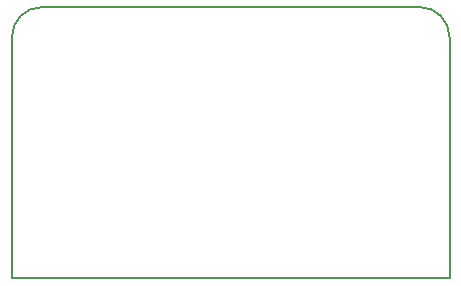
<source format=gbr>
G04 #@! TF.GenerationSoftware,KiCad,Pcbnew,5.0.2+dfsg1-1~bpo9+1*
G04 #@! TF.CreationDate,2019-05-22T19:19:29+01:00*
G04 #@! TF.ProjectId,arduboy_flashcart,61726475-626f-4795-9f66-6c6173686361,rev?*
G04 #@! TF.SameCoordinates,Original*
G04 #@! TF.FileFunction,Profile,NP*
%FSLAX46Y46*%
G04 Gerber Fmt 4.6, Leading zero omitted, Abs format (unit mm)*
G04 Created by KiCad (PCBNEW 5.0.2+dfsg1-1~bpo9+1) date Wed 22 May 2019 19:19:29 BST*
%MOMM*%
%LPD*%
G01*
G04 APERTURE LIST*
%ADD10C,0.150000*%
G04 APERTURE END LIST*
D10*
X135509000Y-64643000D02*
X98450400Y-64643000D01*
X100990400Y-41681400D02*
X132943600Y-41681400D01*
X98450400Y-64643000D02*
X98450400Y-44221400D01*
X135509000Y-44221400D02*
X135509000Y-64643000D01*
X132969000Y-41681400D02*
G75*
G02X135509000Y-44221400I0J-2540000D01*
G01*
X98450400Y-44221400D02*
G75*
G02X100990400Y-41681400I2540000J0D01*
G01*
M02*

</source>
